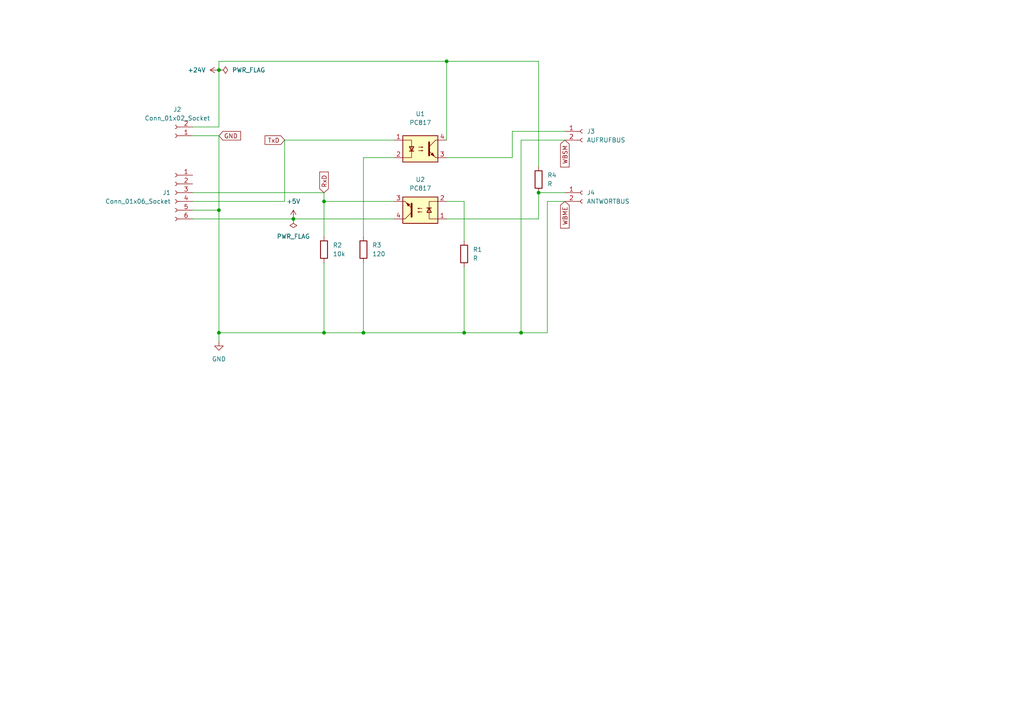
<source format=kicad_sch>
(kicad_sch (version 20230121) (generator eeschema)
  (paper "A4")
  (lib_symbols
    (symbol "Connector:Conn_01x02_Socket" (pin_names (offset 1.016) hide)
      (property "Reference" "J" (at 0 2.54 0))
      (property "Value" "Conn_01x02_Socket" (at 0 -5.08 0))
      (symbol "Conn_01x02_Socket_1_1"
        (arc (start 0 -2.032) (mid -0.5058 -2.54) (end 0 -3.048) (stroke (width 0.1524)))
        (polyline (pts (xy -1.27 -2.54) (xy -0.508 -2.54)) (stroke (width 0.1524)))
        (polyline (pts (xy -1.27 0) (xy -0.508 0)) (stroke (width 0.1524)))
        (arc (start 0 0.508) (mid -0.5058 0) (end 0 -0.508) (stroke (width 0.1524)))
        (pin passive line (at -5.08 0 0) (length 3.81) (name "Pin_1") (number "1"))
        (pin passive line (at -5.08 -2.54 0) (length 3.81) (name "Pin_2") (number "2"))
      )
    )
    (symbol "Connector:Conn_01x06_Socket" (pin_names (offset 1.016) hide)
      (property "Reference" "J" (at 0 7.62 0))
      (property "Value" "Conn_01x06_Socket" (at 0 -10.16 0))
      (symbol "Conn_01x06_Socket_1_1"
        (arc (start 0 -7.112) (mid -0.5058 -7.62) (end 0 -8.128) (stroke (width 0.1524)))
        (arc (start 0 -4.572) (mid -0.5058 -5.08) (end 0 -5.588) (stroke (width 0.1524)))
        (arc (start 0 -2.032) (mid -0.5058 -2.54) (end 0 -3.048) (stroke (width 0.1524)))
        (polyline (pts (xy -1.27 -7.62) (xy -0.508 -7.62)) (stroke (width 0.1524)))
        (polyline (pts (xy -1.27 -5.08) (xy -0.508 -5.08)) (stroke (width 0.1524)))
        (polyline (pts (xy -1.27 -2.54) (xy -0.508 -2.54)) (stroke (width 0.1524)))
        (polyline (pts (xy -1.27 0) (xy -0.508 0)) (stroke (width 0.1524)))
        (polyline (pts (xy -1.27 2.54) (xy -0.508 2.54)) (stroke (width 0.1524)))
        (polyline (pts (xy -1.27 5.08) (xy -0.508 5.08)) (stroke (width 0.1524)))
        (arc (start 0 0.508) (mid -0.5058 0) (end 0 -0.508) (stroke (width 0.1524)))
        (arc (start 0 3.048) (mid -0.5058 2.54) (end 0 2.032) (stroke (width 0.1524)))
        (arc (start 0 5.588) (mid -0.5058 5.08) (end 0 4.572) (stroke (width 0.1524)))
        (pin passive line (at -5.08 5.08 0) (length 3.81) (name "Pin_1") (number "1"))
        (pin passive line (at -5.08 2.54 0) (length 3.81) (name "Pin_2") (number "2"))
        (pin passive line (at -5.08 0 0) (length 3.81) (name "Pin_3") (number "3"))
        (pin passive line (at -5.08 -2.54 0) (length 3.81) (name "Pin_4") (number "4"))
        (pin passive line (at -5.08 -5.08 0) (length 3.81) (name "Pin_5") (number "5"))
        (pin passive line (at -5.08 -7.62 0) (length 3.81) (name "Pin_6") (number "6"))
      )
    )
    (symbol "Device:R" (pin_numbers hide) (pin_names (offset 0))
      (property "Reference" "R" (at 2.032 0 90))
      (property "Value" "R" (at 0 0 90))
      (symbol "R_0_1"
        (rectangle (start -1.016 -2.54) (end 1.016 2.54) (stroke (width 0.254)))
      )
      (symbol "R_1_1"
        (pin passive line (at 0 3.81 270) (length 1.27) (name "~") (number "1"))
        (pin passive line (at 0 -3.81 90) (length 1.27) (name "~") (number "2"))
      )
    )
    (symbol "Isolator:PC817" (pin_names (offset 1.016))
      (property "Reference" "U" (at -5.08 5.08 0))
      (property "Value" "PC817" (at 0 5.08 0))
      (symbol "PC817_0_1"
        (rectangle (start -5.08 3.81) (end 5.08 -3.81) (stroke (width 0.254)) (fill (type background)))
        (polyline (pts (xy -3.175 -0.635) (xy -1.905 -0.635)) (stroke (width 0.254)))
        (polyline (pts (xy 2.54 0.635) (xy 4.445 2.54)))
        (polyline (pts (xy 4.445 -2.54) (xy 2.54 -0.635)) (fill (type outline)))
        (polyline (pts (xy 4.445 -2.54) (xy 5.08 -2.54)))
        (polyline (pts (xy 4.445 2.54) (xy 5.08 2.54)))
        (polyline (pts (xy -5.08 2.54) (xy -2.54 2.54) (xy -2.54 -0.635)))
        (polyline (pts (xy -2.54 -0.635) (xy -2.54 -2.54) (xy -5.08 -2.54)))
        (polyline (pts (xy 2.54 1.905) (xy 2.54 -1.905) (xy 2.54 -1.905)) (stroke (width 0.508)))
        (polyline (pts (xy -2.54 -0.635) (xy -3.175 0.635) (xy -1.905 0.635) (xy -2.54 -0.635)) (stroke (width 0.254)))
        (polyline (pts (xy -0.508 -0.508) (xy 0.762 -0.508) (xy 0.381 -0.635) (xy 0.381 -0.381) (xy 0.762 -0.508)))
        (polyline (pts (xy -0.508 0.508) (xy 0.762 0.508) (xy 0.381 0.381) (xy 0.381 0.635) (xy 0.762 0.508)))
        (polyline (pts (xy 3.048 -1.651) (xy 3.556 -1.143) (xy 4.064 -2.159) (xy 3.048 -1.651) (xy 3.048 -1.651)) (fill (type outline)))
      )
      (symbol "PC817_1_1"
        (pin passive line (at -7.62 2.54 0) (length 2.54) (name "~") (number "1"))
        (pin passive line (at -7.62 -2.54 0) (length 2.54) (name "~") (number "2"))
        (pin passive line (at 7.62 -2.54 180) (length 2.54) (name "~") (number "3"))
        (pin passive line (at 7.62 2.54 180) (length 2.54) (name "~") (number "4"))
      )
    )
    (symbol "power:+24V" (power) (pin_names (offset 0))
      (property "Value" "+24V" (at 0 3.556 0))
      (symbol "+24V_0_1"
        (polyline (pts (xy -0.762 1.27) (xy 0 2.54)))
        (polyline (pts (xy 0 0) (xy 0 2.54)))
        (polyline (pts (xy 0 2.54) (xy 0.762 1.27)))
      )
      (symbol "+24V_1_1"
        (pin power_in line (at 0 0 90) (length 0) hide (name "+24V") (number "1"))
      )
    )
    (symbol "power:+5V" (power) (pin_names (offset 0))
      (property "Value" "+5V" (at 0 3.556 0))
      (symbol "+5V_0_1"
        (polyline (pts (xy -0.762 1.27) (xy 0 2.54)))
        (polyline (pts (xy 0 0) (xy 0 2.54)))
        (polyline (pts (xy 0 2.54) (xy 0.762 1.27)))
      )
      (symbol "+5V_1_1"
        (pin power_in line (at 0 0 90) (length 0) hide (name "+5V") (number "1"))
      )
    )
    (symbol "power:GND" (power) (pin_names (offset 0))
      (property "Value" "GND" (at 0 -3.81 0))
      (symbol "GND_0_1"
        (polyline (pts (xy 0 0) (xy 0 -1.27) (xy 1.27 -1.27) (xy 0 -2.54) (xy -1.27 -1.27) (xy 0 -1.27)))
      )
      (symbol "GND_1_1"
        (pin power_in line (at 0 0 270) (length 0) hide (name "GND") (number "1"))
      )
    )
    (symbol "power:PWR_FLAG" (power) (pin_numbers hide) (pin_names (offset 0) hide)
      (property "Value" "PWR_FLAG" (at 0 3.81 0))
      (symbol "PWR_FLAG_0_0"
        (pin power_out line (at 0 0 90) (length 0) (name "pwr") (number "1"))
      )
      (symbol "PWR_FLAG_0_1"
        (polyline (pts (xy 0 0) (xy 0 1.27) (xy -1.016 1.905) (xy 0 2.54) (xy 1.016 1.905) (xy 0 1.27)))
      )
    )
  )
  (junction (at 151.13 96.52))
  (junction (at 156.21 55.88))
  (junction (at 63.5 20.32))
  (junction (at 63.5 60.96))
  (junction (at 134.62 96.52))
  (junction (at 105.41 96.52))
  (junction (at 93.98 58.42))
  (junction (at 93.98 96.52))
  (junction (at 129.54 17.78))
  (junction (at 63.5 96.52))
  (junction (at 85.09 63.5))
  (wire (pts (xy 55.88 58.42) (xy 82.55 58.42)))
  (wire (pts (xy 156.21 63.5) (xy 129.54 63.5)))
  (wire (pts (xy 134.62 58.42) (xy 134.62 69.85)))
  (wire (pts (xy 105.41 68.58) (xy 105.41 45.72)))
  (wire (pts (xy 129.54 58.42) (xy 134.62 58.42)))
  (wire (pts (xy 63.5 39.37) (xy 55.88 39.37)))
  (wire (pts (xy 93.98 55.88) (xy 93.98 58.42)))
  (wire (pts (xy 129.54 17.78) (xy 129.54 40.64)))
  (wire (pts (xy 156.21 55.88) (xy 156.21 63.5)))
  (wire (pts (xy 55.88 36.83) (xy 63.5 36.83)))
  (wire (pts (xy 129.54 17.78) (xy 63.5 17.78)))
  (wire (pts (xy 158.75 58.42) (xy 158.75 96.52)))
  (wire (pts (xy 105.41 96.52) (xy 93.98 96.52)))
  (wire (pts (xy 93.98 58.42) (xy 93.98 68.58)))
  (wire (pts (xy 151.13 40.64) (xy 163.83 40.64)))
  (wire (pts (xy 63.5 17.78) (xy 63.5 20.32)))
  (wire (pts (xy 63.5 99.06) (xy 63.5 96.52)))
  (wire (pts (xy 163.83 58.42) (xy 158.75 58.42)))
  (wire (pts (xy 148.59 38.1) (xy 163.83 38.1)))
  (wire (pts (xy 156.21 17.78) (xy 129.54 17.78)))
  (wire (pts (xy 151.13 40.64) (xy 151.13 96.52)))
  (wire (pts (xy 134.62 96.52) (xy 105.41 96.52)))
  (wire (pts (xy 93.98 76.2) (xy 93.98 96.52)))
  (wire (pts (xy 163.83 55.88) (xy 156.21 55.88)))
  (wire (pts (xy 82.55 40.64) (xy 114.3 40.64)))
  (wire (pts (xy 158.75 96.52) (xy 151.13 96.52)))
  (wire (pts (xy 63.5 39.37) (xy 63.5 60.96)))
  (wire (pts (xy 148.59 45.72) (xy 148.59 38.1)))
  (wire (pts (xy 55.88 55.88) (xy 93.98 55.88)))
  (wire (pts (xy 151.13 96.52) (xy 134.62 96.52)))
  (wire (pts (xy 63.5 60.96) (xy 55.88 60.96)))
  (wire (pts (xy 93.98 96.52) (xy 63.5 96.52)))
  (wire (pts (xy 82.55 58.42) (xy 82.55 40.64)))
  (wire (pts (xy 93.98 58.42) (xy 114.3 58.42)))
  (wire (pts (xy 85.09 63.5) (xy 114.3 63.5)))
  (wire (pts (xy 55.88 63.5) (xy 85.09 63.5)))
  (wire (pts (xy 63.5 20.32) (xy 63.5 36.83)))
  (wire (pts (xy 156.21 48.26) (xy 156.21 17.78)))
  (wire (pts (xy 63.5 96.52) (xy 63.5 60.96)))
  (wire (pts (xy 129.54 45.72) (xy 148.59 45.72)))
  (wire (pts (xy 134.62 77.47) (xy 134.62 96.52)))
  (wire (pts (xy 105.41 45.72) (xy 114.3 45.72)))
  (wire (pts (xy 105.41 76.2) (xy 105.41 96.52)))
  (global_label "WBSM" (shape input) (at 163.83 40.64 270) (property "Intersheetrefs" "${INTERSHEET_REFS}" (effects hide)))
  (global_label "WBME" (shape input) (at 163.83 58.42 270) (property "Intersheetrefs" "${INTERSHEET_REFS}" (effects hide)))
  (global_label "RxD" (shape input) (at 93.98 55.88 90) (property "Intersheetrefs" "${INTERSHEET_REFS}" (effects hide)))
  (global_label "GND" (shape input) (at 63.5 39.37 0) (property "Intersheetrefs" "${INTERSHEET_REFS}" (effects hide)))
  (global_label "TxD" (shape input) (at 82.55 40.64 180) (property "Intersheetrefs" "${INTERSHEET_REFS}" (effects hide)))
  (symbol (lib_id "Isolator:PC817") (at 121.92 60.96 180) (unit 1)
    (property "Reference" "U2" (at 121.92 52.07 0))
    (property "Value" "PC817" (at 121.92 54.61 0))
    (property "Footprint" "Package_DIP:DIP-4_W7.62mm" (effects hide))
    (property "Datasheet" "http://www.soselectronic.cz/a_info/resource/d/pc817.pdf" (effects hide))
  )
  (symbol (lib_id "power:PWR_FLAG") (at 63.5 20.32 270) (unit 1)
    (property "Reference" "#FLG02" (effects hide))
    (property "Value" "PWR_FLAG" (at 67.31 20.32 90) (effects (justify left)))
  )
  (symbol (lib_id "Device:R") (at 156.21 52.07 0) (unit 1)
    (property "Reference" "R4" (at 158.75 50.8 0) (effects (justify left)))
    (property "Value" "R" (at 158.75 53.34 0) (effects (justify left)))
  )
  (symbol (lib_id "power:+5V") (at 85.09 63.5 0) (unit 1)
    (property "Reference" "#PWR02" (effects hide))
    (property "Value" "+5V" (at 85.09 58.42 0))
  )
  (symbol (lib_id "Device:R") (at 105.41 72.39 180) (unit 1)
    (property "Reference" "R3" (at 107.95 71.12 0) (effects (justify right)))
    (property "Value" "120" (at 107.95 73.66 0) (effects (justify right)))
  )
  (symbol (lib_id "Device:R") (at 134.62 73.66 180) (unit 1)
    (property "Reference" "R1" (at 137.16 72.39 0) (effects (justify right)))
    (property "Value" "R" (at 137.16 74.93 0) (effects (justify right)))
  )
  (symbol (lib_id "power:GND") (at 63.5 99.06 0) (unit 1)
    (property "Reference" "#PWR01" (effects hide))
    (property "Value" "GND" (at 63.5 104.14 0))
  )
  (symbol (lib_id "Connector:Conn_01x02_Socket") (at 168.91 38.1 0) (unit 1)
    (property "Reference" "J3" (at 170.18 38.1 0) (effects (justify left)))
    (property "Value" "AUFRUFBUS" (at 170.18 40.64 0) (effects (justify left)))
  )
  (symbol (lib_id "Connector:Conn_01x02_Socket") (at 168.91 55.88 0) (unit 1)
    (property "Reference" "J4" (at 170.18 55.88 0) (effects (justify left)))
    (property "Value" "ANTWORTBUS" (at 170.18 58.42 0) (effects (justify left)))
  )
  (symbol (lib_id "power:PWR_FLAG") (at 85.09 63.5 180) (unit 1)
    (property "Reference" "#FLG01" (effects hide))
    (property "Value" "PWR_FLAG" (at 85.09 68.58 0))
  )
  (symbol (lib_id "power:+24V") (at 63.5 20.32 90) (unit 1)
    (property "Reference" "#PWR03" (effects hide))
    (property "Value" "+24V" (at 59.69 20.32 90) (effects (justify left)))
  )
  (symbol (lib_id "Device:R") (at 93.98 72.39 0) (unit 1)
    (property "Reference" "R2" (at 96.52 71.12 0) (effects (justify left)))
    (property "Value" "10k" (at 96.52 73.66 0) (effects (justify left)))
  )
  (symbol (lib_id "Connector:Conn_01x06_Socket") (at 50.8 55.88 0) (mirror y) (unit 1)
    (property "Reference" "J1" (at 49.53 55.88 0) (effects (justify left)))
    (property "Value" "Conn_01x06_Socket" (at 49.53 58.42 0) (effects (justify left)))
    (property "Footprint" "Connector_JST:JST_EH_B6B-EH-A_1x06_P2.50mm_Vertical" (effects hide))
  )
  (symbol (lib_id "Isolator:PC817") (at 121.92 43.18 0) (unit 1)
    (property "Reference" "U1" (at 121.92 33.02 0))
    (property "Value" "PC817" (at 121.92 35.56 0))
    (property "Footprint" "Package_DIP:DIP-4_W7.62mm" (effects hide))
    (property "Datasheet" "http://www.soselectronic.cz/a_info/resource/d/pc817.pdf" (effects hide))
  )
  (symbol (lib_id "Connector:Conn_01x02_Socket") (at 50.8 39.37 180) (unit 1)
    (property "Reference" "J2" (at 51.435 31.75 0))
    (property "Value" "Conn_01x02_Socket" (at 51.435 34.29 0))
  )
)
</source>
